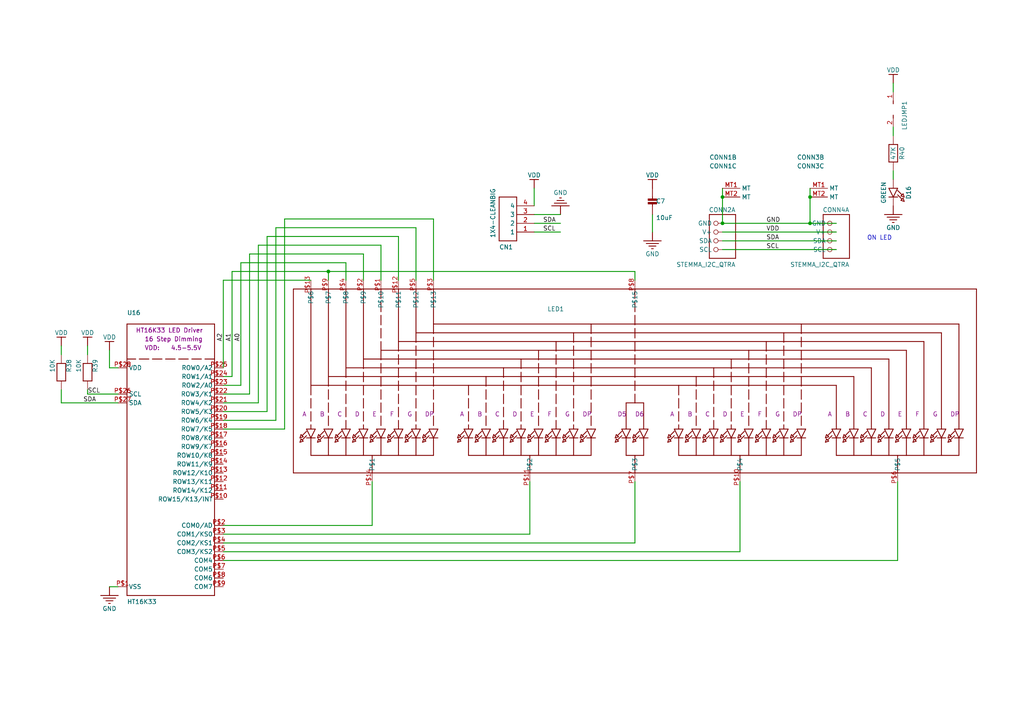
<source format=kicad_sch>
(kicad_sch (version 20230121) (generator eeschema)
  (paper "A4")
  (title_block (title "AdaFruit 881 (Given Schematic)") (date "2023-12-01"))
  (lib_symbols
    (symbol "Adafruit_0.56_7-Segment_QT-altium-import:GND" (power)
      (property "Reference" "#PWR" (at 0 0 0))
      (property "Value" "GND" (at 0 6.35 0))
      (symbol "GND_0_0"
        (pin power_in line (at 0 0 0) (length 0) hide (name "GND") (number ""))
      )
    )
    (symbol "Adafruit_0.56_7-Segment_QT-altium-import:VDD" (power)
      (property "Reference" "#PWR" (at 0 0 0))
      (property "Value" "VDD" (at 0 3.81 0))
      (symbol "VDD_0_0"
        (pin power_in line (at 0 0 0) (length 0) hide (name "VDD") (number ""))
      )
    )
    (symbol "Adafruit_0.56_7-Segment_QT-altium-import:root_0_CAP_CERAMIC0805_10MGAP"
      (symbol "root_0_CAP_CERAMIC0805_10MGAP_1_0"
        (pin passive line (at 0 5.08 270) (length 2.54) (name "1") (number "1"))
        (pin passive line (at 0 -2.54 90) (length 2.54) (name "2") (number "2"))
      )
    )
    (symbol "Adafruit_0.56_7-Segment_QT-altium-import:root_0_HT16K33_SOP28_SKINNY"
      (symbol "root_0_HT16K33_SOP28_SKINNY_1_0"
        (pin bidirectional line (at -15.24 -38.1 0) (length 2.54) (name "VSS") (number "P$1"))
        (pin bidirectional line (at 15.24 -12.7 180) (length 2.54) (name "ROW15/K13/INT") (number "P$10"))
        (pin bidirectional line (at 15.24 -10.16 180) (length 2.54) (name "ROW14/K12") (number "P$11"))
        (pin bidirectional line (at 15.24 -7.62 180) (length 2.54) (name "ROW13/K11") (number "P$12"))
        (pin bidirectional line (at 15.24 -5.08 180) (length 2.54) (name "ROW12/K10") (number "P$13"))
        (pin bidirectional line (at 15.24 -2.54 180) (length 2.54) (name "ROW11/K9") (number "P$14"))
        (pin bidirectional line (at 15.24 0 180) (length 2.54) (name "ROW10/K8") (number "P$15"))
        (pin bidirectional line (at 15.24 2.54 180) (length 2.54) (name "ROW9/K7") (number "P$16"))
        (pin bidirectional line (at 15.24 5.08 180) (length 2.54) (name "ROW8/K6") (number "P$17"))
        (pin bidirectional line (at 15.24 7.62 180) (length 2.54) (name "ROW7/K5") (number "P$18"))
        (pin bidirectional line (at 15.24 10.16 180) (length 2.54) (name "ROW6/K4") (number "P$19"))
        (pin bidirectional line (at 15.24 -20.32 180) (length 2.54) (name "COM0/AD") (number "P$2"))
        (pin bidirectional line (at 15.24 12.7 180) (length 2.54) (name "ROW5/K3") (number "P$20"))
        (pin bidirectional line (at 15.24 15.24 180) (length 2.54) (name "ROW4/K2") (number "P$21"))
        (pin bidirectional line (at 15.24 17.78 180) (length 2.54) (name "ROW3/K1") (number "P$22"))
        (pin bidirectional line (at 15.24 20.32 180) (length 2.54) (name "ROW2/A0") (number "P$23"))
        (pin bidirectional line (at 15.24 22.86 180) (length 2.54) (name "ROW1/A1") (number "P$24"))
        (pin bidirectional line (at 15.24 25.4 180) (length 2.54) (name "ROW0/A2") (number "P$25"))
        (pin bidirectional line (at -15.24 17.78 0) (length 2.54) (name "SCL") (number "P$26"))
        (pin bidirectional line (at -15.24 15.24 0) (length 2.54) (name "SDA") (number "P$27"))
        (pin bidirectional line (at -15.24 25.4 0) (length 2.54) (name "VDD") (number "P$28"))
        (pin bidirectional line (at 15.24 -22.86 180) (length 2.54) (name "COM1/KS0") (number "P$3"))
        (pin bidirectional line (at 15.24 -25.4 180) (length 2.54) (name "COM2/KS1") (number "P$4"))
        (pin bidirectional line (at 15.24 -27.94 180) (length 2.54) (name "COM3/KS2") (number "P$5"))
        (pin bidirectional line (at 15.24 -30.48 180) (length 2.54) (name "COM4") (number "P$6"))
        (pin bidirectional line (at 15.24 -33.02 180) (length 2.54) (name "COM5") (number "P$7"))
        (pin bidirectional line (at 15.24 -35.56 180) (length 2.54) (name "COM6") (number "P$8"))
        (pin bidirectional line (at 15.24 -38.1 180) (length 2.54) (name "COM7") (number "P$9"))
      )
    )
    (symbol "Adafruit_0.56_7-Segment_QT-altium-import:root_0_STEMMA_I2C_QTRA"
      (symbol "root_0_STEMMA_I2C_QTRA_1_0"
        (pin passive inverted (at 0 5.08 0) (length 2.54) (name "GND") (number "1"))
        (pin passive inverted (at 0 2.54 0) (length 2.54) (name "V+") (number "2"))
        (pin passive inverted (at 0 0 0) (length 2.54) (name "SDA") (number "3"))
        (pin passive inverted (at 0 -2.54 0) (length 2.54) (name "SCL") (number "4"))
      )
      (symbol "root_0_STEMMA_I2C_QTRA_2_0"
        (pin bidirectional line (at 0 0 0) (length 5.08) (name "MT") (number "MT1"))
      )
      (symbol "root_0_STEMMA_I2C_QTRA_3_0"
        (pin bidirectional line (at 0 0 0) (length 5.08) (name "MT") (number "MT2"))
      )
    )
    (symbol "Adafruit_0.56_7-Segment_QT-altium-import:root_0_mirrored_STEMMA_I2C_QTRA"
      (symbol "root_0_mirrored_STEMMA_I2C_QTRA_1_0"
        (pin passive inverted (at 0 5.08 180) (length 2.54) (name "GND") (number "1"))
        (pin passive inverted (at 0 2.54 180) (length 2.54) (name "V+") (number "2"))
        (pin passive inverted (at 0 0 180) (length 2.54) (name "SDA") (number "3"))
        (pin passive inverted (at 0 -2.54 180) (length 2.54) (name "SCL") (number "4"))
      )
      (symbol "root_0_mirrored_STEMMA_I2C_QTRA_2_0"
        (pin bidirectional line (at 0 0 180) (length 5.08) (name "MT") (number "MT1"))
      )
      (symbol "root_0_mirrored_STEMMA_I2C_QTRA_3_0"
        (pin bidirectional line (at 0 0 180) (length 5.08) (name "MT") (number "MT2"))
      )
    )
    (symbol "Adafruit_0.56_7-Segment_QT-altium-import:root_2_1X4-CLEANBIG"
      (symbol "root_2_1X4-CLEANBIG_1_0"
        (pin bidirectional line (at 5.08 -2.54 180) (length 5.08) (name "1") (number "1"))
        (pin bidirectional line (at 5.08 0 180) (length 5.08) (name "2") (number "2"))
        (pin bidirectional line (at 5.08 2.54 180) (length 5.08) (name "3") (number "3"))
        (pin bidirectional line (at 5.08 5.08 180) (length 5.08) (name "4") (number "4"))
      )
    )
    (symbol "Adafruit_0.56_7-Segment_QT-altium-import:root_2_mirrored_DISP_SEGMENT_4DIGIT_BL-Q56C43"
      (symbol "root_2_mirrored_DISP_SEGMENT_4DIGIT_BL-Q56C43_1_0"
        (pin bidirectional line (at -73.66 25.4 270) (length 2.54) (name "P$10") (number "P$1"))
        (pin bidirectional line (at 30.48 -33.02 90) (length 2.54) (name "P$4") (number "P$10"))
        (pin bidirectional line (at -30.48 -33.02 90) (length 2.54) (name "P$2") (number "P$11"))
        (pin bidirectional line (at -68.58 25.4 270) (length 2.54) (name "P$11") (number "P$12"))
        (pin bidirectional line (at -93.98 25.4 270) (length 2.54) (name "P$6") (number "P$13"))
        (pin bidirectional line (at -76.2 -33.02 90) (length 2.54) (name "P$1") (number "P$14"))
        (pin bidirectional line (at -78.74 25.4 270) (length 2.54) (name "P$9") (number "P$2"))
        (pin bidirectional line (at -58.42 25.4 270) (length 2.54) (name "P$13") (number "P$3"))
        (pin bidirectional line (at -83.82 25.4 270) (length 2.54) (name "P$8") (number "P$4"))
        (pin bidirectional line (at -63.5 25.4 270) (length 2.54) (name "P$12") (number "P$5"))
        (pin bidirectional line (at 76.2 -33.02 90) (length 2.54) (name "P$5") (number "P$6"))
        (pin bidirectional line (at 0 -33.02 90) (length 2.54) (name "P$3") (number "P$7"))
        (pin bidirectional line (at 0 25.4 270) (length 2.54) (name "P$15") (number "P$8"))
        (pin bidirectional line (at -88.9 25.4 270) (length 2.54) (name "P$7") (number "P$9"))
      )
    )
    (symbol "Adafruit_0.56_7-Segment_QT-altium-import:root_3_LED0603_NOOUTLINE"
      (symbol "root_3_LED0603_NOOUTLINE_1_0"
        (pin passive line (at 0 5.08 270) (length 2.54) (name "A") (number "A"))
        (pin passive line (at 0 -2.54 90) (length 2.54) (name "C") (number "C"))
      )
    )
    (symbol "Adafruit_0.56_7-Segment_QT-altium-import:root_3_RESISTOR_0603_NOOUT"
      (symbol "root_3_RESISTOR_0603_NOOUT_1_0"
        (pin passive line (at 0 5.08 270) (length 2.54) (name "1") (number "1"))
        (pin passive line (at 0 -5.08 90) (length 2.54) (name "2") (number "2"))
      )
    )
    (symbol "Adafruit_0.56_7-Segment_QT-altium-import:root_3_SOLDERJUMPERCLOSED"
      (symbol "root_3_SOLDERJUMPERCLOSED_1_0"
        (pin passive line (at 0 5.08 270) (length 2.54) (name "1") (number "1"))
        (pin passive line (at 0 -5.08 90) (length 2.54) (name "2") (number "2"))
      )
    )
  )
  (junction (at 95.25 78.74))
  (junction (at 209.55 64.77))
  (junction (at 234.95 57.15))
  (junction (at 209.55 57.15))
  (junction (at 234.95 64.77))
  (wire (pts (xy 17.78 116.84) (xy 34.29 116.84)) (stroke (width 0.254)))
  (wire (pts (xy 125.73 81.28) (xy 125.73 63.5)) (stroke (width 0.254)))
  (wire (pts (xy 82.55 124.46) (xy 82.55 63.5)) (stroke (width 0.254)))
  (wire (pts (xy 69.85 76.2) (xy 100.33 76.2)) (stroke (width 0.254)))
  (wire (pts (xy 234.95 57.15) (xy 234.95 54.61)) (stroke (width 0.254)))
  (wire (pts (xy 64.77 116.84) (xy 74.93 116.84)) (stroke (width 0.254)))
  (wire (pts (xy 69.85 111.76) (xy 69.85 76.2)) (stroke (width 0.254)))
  (wire (pts (xy 184.15 157.48) (xy 184.15 139.7)) (stroke (width 0.254)))
  (wire (pts (xy 259.08 39.37) (xy 259.08 36.83)) (stroke (width 0.254)))
  (wire (pts (xy 31.75 106.68) (xy 31.75 101.6)) (stroke (width 0.254)))
  (wire (pts (xy 184.15 81.28) (xy 184.15 78.74)) (stroke (width 0.254)))
  (wire (pts (xy 209.55 57.15) (xy 209.55 54.61)) (stroke (width 0.254)))
  (wire (pts (xy 115.57 81.28) (xy 115.57 68.58)) (stroke (width 0.254)))
  (wire (pts (xy 82.55 63.5) (xy 125.73 63.5)) (stroke (width 0.254)))
  (wire (pts (xy 64.77 121.92) (xy 80.01 121.92)) (stroke (width 0.254)))
  (wire (pts (xy 67.31 109.22) (xy 67.31 78.74)) (stroke (width 0.254)))
  (wire (pts (xy 25.4 102.87) (xy 25.4 100.33)) (stroke (width 0.254)))
  (wire (pts (xy 64.77 109.22) (xy 67.31 109.22)) (stroke (width 0.254)))
  (wire (pts (xy 259.08 52.07) (xy 259.08 49.53)) (stroke (width 0.254)))
  (wire (pts (xy 95.25 78.74) (xy 184.15 78.74)) (stroke (width 0.254)))
  (wire (pts (xy 64.77 157.48) (xy 184.15 157.48)) (stroke (width 0.254)))
  (wire (pts (xy 64.77 106.68) (xy 64.77 81.28)) (stroke (width 0.254)))
  (wire (pts (xy 25.4 113.03) (xy 25.4 114.3)) (stroke (width 0.254)))
  (wire (pts (xy 72.39 73.66) (xy 105.41 73.66)) (stroke (width 0.254)))
  (wire (pts (xy 100.33 81.28) (xy 100.33 76.2)) (stroke (width 0.254)))
  (wire (pts (xy 80.01 66.04) (xy 120.65 66.04)) (stroke (width 0.254)))
  (wire (pts (xy 209.55 64.77) (xy 234.95 64.77)) (stroke (width 0.254)))
  (wire (pts (xy 214.63 160.02) (xy 214.63 139.7)) (stroke (width 0.254)))
  (wire (pts (xy 64.77 119.38) (xy 77.47 119.38)) (stroke (width 0.254)))
  (wire (pts (xy 64.77 111.76) (xy 69.85 111.76)) (stroke (width 0.254)))
  (wire (pts (xy 154.94 62.23) (xy 162.56 62.23)) (stroke (width 0.254)))
  (wire (pts (xy 77.47 119.38) (xy 77.47 68.58)) (stroke (width 0.254)))
  (wire (pts (xy 64.77 160.02) (xy 214.63 160.02)) (stroke (width 0.254)))
  (wire (pts (xy 77.47 68.58) (xy 115.57 68.58)) (stroke (width 0.254)))
  (wire (pts (xy 209.55 64.77) (xy 209.55 57.15)) (stroke (width 0.254)))
  (wire (pts (xy 107.95 152.4) (xy 107.95 139.7)) (stroke (width 0.254)))
  (wire (pts (xy 105.41 81.28) (xy 105.41 73.66)) (stroke (width 0.254)))
  (wire (pts (xy 209.55 72.39) (xy 242.57 72.39)) (stroke (width 0.254)))
  (wire (pts (xy 120.65 81.28) (xy 120.65 66.04)) (stroke (width 0.254)))
  (wire (pts (xy 260.35 162.56) (xy 260.35 139.7)) (stroke (width 0.254)))
  (wire (pts (xy 234.95 64.77) (xy 242.57 64.77)) (stroke (width 0.254)))
  (wire (pts (xy 64.77 124.46) (xy 82.55 124.46)) (stroke (width 0.254)))
  (wire (pts (xy 64.77 162.56) (xy 260.35 162.56)) (stroke (width 0.254)))
  (wire (pts (xy 154.94 67.31) (xy 162.56 67.31)) (stroke (width 0.254)))
  (wire (pts (xy 72.39 114.3) (xy 72.39 73.66)) (stroke (width 0.254)))
  (wire (pts (xy 259.08 26.67) (xy 259.08 24.13)) (stroke (width 0.254)))
  (wire (pts (xy 31.75 106.68) (xy 34.29 106.68)) (stroke (width 0.254)))
  (wire (pts (xy 234.95 64.77) (xy 234.95 57.15)) (stroke (width 0.254)))
  (wire (pts (xy 74.93 71.12) (xy 110.49 71.12)) (stroke (width 0.254)))
  (wire (pts (xy 154.94 64.77) (xy 162.56 64.77)) (stroke (width 0.254)))
  (wire (pts (xy 64.77 114.3) (xy 72.39 114.3)) (stroke (width 0.254)))
  (wire (pts (xy 74.93 116.84) (xy 74.93 71.12)) (stroke (width 0.254)))
  (wire (pts (xy 64.77 152.4) (xy 107.95 152.4)) (stroke (width 0.254)))
  (wire (pts (xy 209.55 67.31) (xy 242.57 67.31)) (stroke (width 0.254)))
  (wire (pts (xy 31.75 170.18) (xy 34.29 170.18)) (stroke (width 0.254)))
  (wire (pts (xy 25.4 114.3) (xy 34.29 114.3)) (stroke (width 0.254)))
  (wire (pts (xy 17.78 116.84) (xy 17.78 113.03)) (stroke (width 0.254)))
  (wire (pts (xy 153.67 154.94) (xy 153.67 139.7)) (stroke (width 0.254)))
  (wire (pts (xy 80.01 121.92) (xy 80.01 66.04)) (stroke (width 0.254)))
  (wire (pts (xy 110.49 81.28) (xy 110.49 71.12)) (stroke (width 0.254)))
  (wire (pts (xy 95.25 81.28) (xy 95.25 78.74)) (stroke (width 0.254)))
  (wire (pts (xy 64.77 81.28) (xy 90.17 81.28)) (stroke (width 0.254)))
  (wire (pts (xy 67.31 78.74) (xy 95.25 78.74)) (stroke (width 0.254)))
  (wire (pts (xy 17.78 102.87) (xy 17.78 100.33)) (stroke (width 0.254)))
  (wire (pts (xy 209.55 69.85) (xy 242.57 69.85)) (stroke (width 0.254)))
  (wire (pts (xy 154.94 59.69) (xy 154.94 54.61)) (stroke (width 0.254)))
  (wire (pts (xy 189.23 67.31) (xy 189.23 62.23)) (stroke (width 0.254)))
  (wire (pts (xy 64.77 154.94) (xy 153.67 154.94)) (stroke (width 0.254)))
  (text "ON LED" (at 251.46 69.85 0) (effects (font (size 1.27 1.27)) (justify left bottom)))
  (label "A0" (at 69.85 99.06 270))
  (label "SCL" (at 157.48 67.31 180))
  (label "VDD" (at 222.25 67.31 180))
  (label "GND" (at 222.25 64.77 180))
  (label "SDA" (at 222.25 69.85 180))
  (label "A1" (at 67.31 99.06 270))
  (label "SCL" (at 222.25 72.39 180))
  (label "A2" (at 64.77 99.06 270))
  (label "SDA" (at 24.13 116.84 180))
  (label "SCL" (at 25.4 114.3 180))
  (label "SDA" (at 157.48 64.77 180))
  (symbol (lib_id "Adafruit_0.56_7-Segment_QT-altium-import:VDD") (at 31.75 101.6 180) (unit 1)
    (property "Reference" "#PWR041" (effects hide))
    (property "Value" "VDD" (at 31.75 97.79 0))
    (instances (project "Schem1" (path "" (reference "#PWR041") (unit 1))) (project "Adafruit_0.56_7-Segment_QT" (path "" (reference "#PWR?") (unit 1))))
  )
  (symbol (lib_id "Adafruit_0.56_7-Segment_QT-altium-import:VDD") (at 25.4 100.33 180) (unit 1)
    (property "Reference" "#PWR040" (effects hide))
    (property "Value" "VDD" (at 25.4 96.52 0))
    (instances (project "Schem1" (path "" (reference "#PWR040") (unit 1))) (project "Adafruit_0.56_7-Segment_QT" (path "" (reference "#PWR?") (unit 1))))
  )
  (symbol (lib_id "Adafruit_0.56_7-Segment_QT-altium-import:root_0_HT16K33_SOP28_SKINNY") (at 49.53 132.08 0) (unit 1)
    (property "Reference" "U16" (at 36.83 91.44 0) (effects (justify left bottom)))
    (property "Value" "HT16K33" (at 36.83 175.26 0) (effects (justify left bottom)))
    (property "Footprint" "SOP28_300MIL_SKINNY" (effects hide))
    (property "GATENAME_1" "G$1" (effects hide))
    (property "SYMBOLNAME_1" "HT16K33_28PIN" (effects hide))
    (property "DEVICENAME" "_SKINNY" (effects hide))
    (property "LIBRARYNAME" "adafruit_display" (effects hide))
    (property "DEVICESETNAME" "HT16K33_SOP28" (effects hide))
    (property "HT16K33LEDDRIVER" "HT16K33 LED Driver" (at 39.37 96.52 0) (effects (justify left bottom)))
    (property "VDD" "VDD:" (at 41.91 101.6 0) (effects (justify left bottom)))
    (property "4.5-5.5V" "4.5-5.5V" (at 49.53 101.6 0) (effects (justify left bottom)))
    (property "16STEPDIMMING" "16 Step Dimming" (at 41.91 99.06 0) (effects (justify left bottom)))
    (instances (project "Schem1" (path "" (reference "U16") (unit 1))) (project "Adafruit_0.56_7-Segment_QT" (path "" (reference "U2") (unit 1))))
  )
  (symbol (lib_id "Adafruit_0.56_7-Segment_QT-altium-import:VDD") (at 154.94 54.61 180) (unit 1)
    (property "Reference" "#PWR035" (effects hide))
    (property "Value" "VDD" (at 154.94 50.8 0))
    (instances (project "Schem1" (path "" (reference "#PWR035") (unit 1))) (project "Adafruit_0.56_7-Segment_QT" (path "" (reference "#PWR?") (unit 1))))
  )
  (symbol (lib_id "Adafruit_0.56_7-Segment_QT-altium-import:root_0_STEMMA_I2C_QTRA") (at 209.55 57.15 0) (unit 3)
    (property "Reference" "CONN1" (at 205.74 48.895 0) (effects (justify left bottom)))
    (property "Value" "STEMMA_I2C_QTRA" (effects hide))
    (property "Footprint" "JST_SH4_RA" (effects hide))
    (property "GATENAME_1" "G$1" (effects hide))
    (property "SYMBOLNAME_1" "STEMMA_I2C" (effects hide))
    (property "GATENAME_2" "G$2" (effects hide))
    (property "SYMBOLNAME_2" "MOUNTING" (effects hide))
    (property "GATENAME_3" "G$3" (effects hide))
    (property "SYMBOLNAME_3" "MOUNTING" (effects hide))
    (property "DEVICENAME" "_QTRA" (effects hide))
    (property "LIBRARYNAME" "microbuilder" (effects hide))
    (property "DEVICESETNAME" "STEMMA_I2C" (effects hide))
  )
  (symbol (lib_id "Adafruit_0.56_7-Segment_QT-altium-import:root_3_RESISTOR_0603_NOOUT") (at 17.78 107.95 0) (unit 1)
    (property "Reference" "R38" (at 19.279 104.14 90) (effects (justify right top)))
    (property "Value" "10K" (at 14.478 104.14 90) (effects (justify right top)))
    (property "Footprint" "0603-NO" (effects hide))
    (property "GATENAME_1" "G$1" (effects hide))
    (property "SYMBOLNAME_1" "RESISTOR" (effects hide))
    (property "DEVICENAME" "_0603_NOOUT" (effects hide))
    (property "LIBRARYNAME" "microbuilder" (effects hide))
    (property "DEVICESETNAME" "RESISTOR" (effects hide))
    (instances (project "Schem1" (path "" (reference "R38") (unit 1))) (project "Adafruit_0.56_7-Segment_QT" (path "" (reference "R2") (unit 1))))
  )
  (symbol (lib_id "Adafruit_0.56_7-Segment_QT-altium-import:root_3_LED0603_NOOUTLINE") (at 259.08 57.15 0) (unit 1)
    (property "Reference" "D16" (at 263.525 55.88 90))
    (property "Value" "GREEN" (at 256.286 55.88 90))
    (property "Footprint" "CHIPLED_0603_NOOUTLINE" (effects hide))
    (property "GATENAME_1" "G$1" (effects hide))
    (property "SYMBOLNAME_1" "LED" (effects hide))
    (property "DEVICENAME" "0603_NOOUTLINE" (effects hide))
    (property "LIBRARYNAME" "microbuilder" (effects hide))
    (property "DEVICESETNAME" "LED" (effects hide))
    (instances (project "Schem1" (path "" (reference "D16") (unit 1))) (project "Adafruit_0.56_7-Segment_QT" (path "" (reference "D2") (unit 1))))
  )
  (symbol (lib_id "Adafruit_0.56_7-Segment_QT-altium-import:GND") (at 31.75 170.18 0) (unit 1)
    (property "Reference" "#PWR042" (effects hide))
    (property "Value" "GND" (at 31.75 176.53 0))
    (instances (project "Schem1" (path "" (reference "#PWR042") (unit 1))) (project "Adafruit_0.56_7-Segment_QT" (path "" (reference "#PWR?") (unit 1))))
  )
  (symbol (lib_id "Adafruit_0.56_7-Segment_QT-altium-import:root_2_1X4-CLEANBIG") (at 149.86 64.77 0) (unit 1)
    (property "Reference" "CN1" (at 144.78 72.39 0) (effects (justify left bottom)))
    (property "Value" "1X4-CLEANBIG" (at 142.24 54.61 90) (effects (justify right top)))
    (property "Footprint" "1X04-CLEANBIG" (effects hide))
    (property "GATENAME_1" "G$1" (effects hide))
    (property "SYMBOLNAME_1" "1X4" (effects hide))
    (property "DEVICENAME" "-CLEANBIG" (effects hide))
    (property "LIBRARYNAME" "adafruit" (effects hide))
    (property "DEVICESETNAME" "1X4" (effects hide))
  )
  (symbol (lib_id "Adafruit_0.56_7-Segment_QT-altium-import:VDD") (at 259.08 24.13 180) (unit 1)
    (property "Reference" "#PWR043" (effects hide))
    (property "Value" "VDD" (at 259.08 20.32 0))
    (instances (project "Schem1" (path "" (reference "#PWR043") (unit 1))) (project "Adafruit_0.56_7-Segment_QT" (path "" (reference "#PWR?") (unit 1))))
  )
  (symbol (lib_id "Adafruit_0.56_7-Segment_QT-altium-import:VDD") (at 17.78 100.33 180) (unit 1)
    (property "Reference" "#PWR039" (effects hide))
    (property "Value" "VDD" (at 17.78 96.52 0))
    (instances (project "Schem1" (path "" (reference "#PWR039") (unit 1))) (project "Adafruit_0.56_7-Segment_QT" (path "" (reference "#PWR?") (unit 1))))
  )
  (symbol (lib_id "Adafruit_0.56_7-Segment_QT-altium-import:GND") (at 189.23 67.31 0) (unit 1)
    (property "Reference" "#PWR038" (effects hide))
    (property "Value" "GND" (at 189.23 73.66 0))
    (instances (project "Schem1" (path "" (reference "#PWR038") (unit 1))) (project "Adafruit_0.56_7-Segment_QT" (path "" (reference "#PWR?") (unit 1))))
  )
  (symbol (lib_id "Adafruit_0.56_7-Segment_QT-altium-import:root_0_mirrored_STEMMA_I2C_QTRA") (at 209.55 69.85 0) (unit 1)
    (property "Reference" "CONN2" (at 213.36 61.595 0) (effects (justify right bottom)))
    (property "Value" "STEMMA_I2C_QTRA" (at 213.36 77.47 0) (effects (justify right bottom)))
    (property "Footprint" "JST_SH4_RA" (effects hide))
    (property "GATENAME_1" "G$1" (effects hide))
    (property "SYMBOLNAME_1" "STEMMA_I2C" (effects hide))
    (property "GATENAME_2" "G$2" (effects hide))
    (property "SYMBOLNAME_2" "MOUNTING" (effects hide))
    (property "GATENAME_3" "G$3" (effects hide))
    (property "SYMBOLNAME_3" "MOUNTING" (effects hide))
    (property "DEVICENAME" "_QTRA" (effects hide))
    (property "LIBRARYNAME" "microbuilder" (effects hide))
    (property "DEVICESETNAME" "STEMMA_I2C" (effects hide))
    (instances (project "Schem1" (path "" (reference "CONN2") (unit 1))) (project "Adafruit_0.56_7-Segment_QT" (path "" (reference "CONN1") (unit 1))))
  )
  (symbol (lib_id "Adafruit_0.56_7-Segment_QT-altium-import:root_0_STEMMA_I2C_QTRA") (at 234.95 57.15 0) (unit 3)
    (property "Reference" "CONN3" (at 231.14 48.895 0) (effects (justify left bottom)))
    (property "Value" "STEMMA_I2C_QTRA" (effects hide))
    (property "Footprint" "JST_SH4_RA" (effects hide))
    (property "GATENAME_1" "G$1" (effects hide))
    (property "SYMBOLNAME_1" "STEMMA_I2C" (effects hide))
    (property "GATENAME_2" "G$2" (effects hide))
    (property "SYMBOLNAME_2" "MOUNTING" (effects hide))
    (property "GATENAME_3" "G$3" (effects hide))
    (property "SYMBOLNAME_3" "MOUNTING" (effects hide))
    (property "DEVICENAME" "_QTRA" (effects hide))
    (property "LIBRARYNAME" "microbuilder" (effects hide))
    (property "DEVICESETNAME" "STEMMA_I2C" (effects hide))
    (instances (project "Schem1" (path "" (reference "CONN3") (unit 3))) (project "Adafruit_0.56_7-Segment_QT" (path "" (reference "CONN2") (unit 3))))
  )
  (symbol (lib_id "Adafruit_0.56_7-Segment_QT-altium-import:VDD") (at 189.23 54.61 180) (unit 1)
    (property "Reference" "#PWR037" (effects hide))
    (property "Value" "VDD" (at 189.23 50.8 0))
    (instances (project "Schem1" (path "" (reference "#PWR037") (unit 1))) (project "Adafruit_0.56_7-Segment_QT" (path "" (reference "#PWR?") (unit 1))))
  )
  (symbol (lib_id "Adafruit_0.56_7-Segment_QT-altium-import:root_0_STEMMA_I2C_QTRA") (at 209.55 54.61 0) (unit 2)
    (property "Reference" "CONN1" (at 205.74 46.355 0) (effects (justify left bottom)))
    (property "Value" "STEMMA_I2C_QTRA" (effects hide))
    (property "Footprint" "JST_SH4_RA" (effects hide))
    (property "GATENAME_1" "G$1" (effects hide))
    (property "SYMBOLNAME_1" "STEMMA_I2C" (effects hide))
    (property "GATENAME_2" "G$2" (effects hide))
    (property "SYMBOLNAME_2" "MOUNTING" (effects hide))
    (property "GATENAME_3" "G$3" (effects hide))
    (property "SYMBOLNAME_3" "MOUNTING" (effects hide))
    (property "DEVICENAME" "_QTRA" (effects hide))
    (property "LIBRARYNAME" "microbuilder" (effects hide))
    (property "DEVICESETNAME" "STEMMA_I2C" (effects hide))
  )
  (symbol (lib_id "Adafruit_0.56_7-Segment_QT-altium-import:root_0_STEMMA_I2C_QTRA") (at 234.95 54.61 0) (unit 2)
    (property "Reference" "CONN3" (at 231.14 46.355 0) (effects (justify left bottom)))
    (property "Value" "STEMMA_I2C_QTRA" (effects hide))
    (property "Footprint" "JST_SH4_RA" (effects hide))
    (property "GATENAME_1" "G$1" (effects hide))
    (property "SYMBOLNAME_1" "STEMMA_I2C" (effects hide))
    (property "GATENAME_2" "G$2" (effects hide))
    (property "SYMBOLNAME_2" "MOUNTING" (effects hide))
    (property "GATENAME_3" "G$3" (effects hide))
    (property "SYMBOLNAME_3" "MOUNTING" (effects hide))
    (property "DEVICENAME" "_QTRA" (effects hide))
    (property "LIBRARYNAME" "microbuilder" (effects hide))
    (property "DEVICESETNAME" "STEMMA_I2C" (effects hide))
    (instances (project "Schem1" (path "" (reference "CONN3") (unit 2))) (project "Adafruit_0.56_7-Segment_QT" (path "" (reference "CONN2") (unit 2))))
  )
  (symbol (lib_id "Adafruit_0.56_7-Segment_QT-altium-import:root_3_SOLDERJUMPERCLOSED") (at 259.08 31.75 0) (unit 1)
    (property "Reference" "LEDJMP1" (at 261.62 29.21 90) (effects (justify right top)))
    (property "Value" "SOLDERJUMPERCLOSED" (effects hide))
    (property "Footprint" "SOLDERJUMPER_CLOSEDWIRE" (effects hide))
    (property "GATENAME_1" "1" (effects hide))
    (property "SYMBOLNAME_1" "SOLDERJUMPER" (effects hide))
    (property "DEVICENAME" "CLOSED" (effects hide))
    (property "LIBRARYNAME" "microbuilder" (effects hide))
    (property "DEVICESETNAME" "SOLDERJUMPER" (effects hide))
    (instances (project "Schem1" (path "" (reference "LEDJMP1") (unit 1))) (project "Adafruit_0.56_7-Segment_QT" (path "" (reference "LEDJMP") (unit 1))))
  )
  (symbol (lib_id "Adafruit_0.56_7-Segment_QT-altium-import:GND") (at 259.08 59.69 0) (unit 1)
    (property "Reference" "#PWR044" (effects hide))
    (property "Value" "GND" (at 259.08 66.04 0))
    (instances (project "Schem1" (path "" (reference "#PWR044") (unit 1))) (project "Adafruit_0.56_7-Segment_QT" (path "" (reference "#PWR?") (unit 1))))
  )
  (symbol (lib_id "Adafruit_0.56_7-Segment_QT-altium-import:root_3_RESISTOR_0603_NOOUT") (at 25.4 107.95 0) (unit 1)
    (property "Reference" "R39" (at 26.899 104.14 90) (effects (justify right top)))
    (property "Value" "10K" (at 22.098 104.14 90) (effects (justify right top)))
    (property "Footprint" "0603-NO" (effects hide))
    (property "GATENAME_1" "G$1" (effects hide))
    (property "SYMBOLNAME_1" "RESISTOR" (effects hide))
    (property "DEVICENAME" "_0603_NOOUT" (effects hide))
    (property "LIBRARYNAME" "microbuilder" (effects hide))
    (property "DEVICESETNAME" "RESISTOR" (effects hide))
    (instances (project "Schem1" (path "" (reference "R39") (unit 1))) (project "Adafruit_0.56_7-Segment_QT" (path "" (reference "R1") (unit 1))))
  )
  (symbol (lib_id "Adafruit_0.56_7-Segment_QT-altium-import:root_0_CAP_CERAMIC0805_10MGAP") (at 189.23 59.69 0) (unit 1)
    (property "Reference" "C7" (at 190.246 59.055 0) (effects (justify left bottom)))
    (property "Value" "10uF" (at 190.246 63.881 0) (effects (justify left bottom)))
    (property "Footprint" "0805_10MGAP" (effects hide))
    (property "GATENAME_1" "G$1" (effects hide))
    (property "SYMBOLNAME_1" "CAPACITOR" (effects hide))
    (property "DEVICENAME" "0805_10MGAP" (effects hide))
    (property "LIBRARYNAME" "microbuilder" (effects hide))
    (property "DEVICESETNAME" "CAP_CERAMIC" (effects hide))
    (instances (project "Schem1" (path "" (reference "C7") (unit 1))) (project "Adafruit_0.56_7-Segment_QT" (path "" (reference "C1") (unit 1))))
  )
  (symbol (lib_id "Adafruit_0.56_7-Segment_QT-altium-import:GND") (at 162.56 62.23 180) (unit 1)
    (property "Reference" "#PWR036" (effects hide))
    (property "Value" "GND" (at 162.56 55.88 0))
    (instances (project "Schem1" (path "" (reference "#PWR036") (unit 1))) (project "Adafruit_0.56_7-Segment_QT" (path "" (reference "#PWR?") (unit 1))))
  )
  (symbol (lib_id "Adafruit_0.56_7-Segment_QT-altium-import:root_2_mirrored_DISP_SEGMENT_4DIGIT_BL-Q56C43") (at 184.15 106.68 0) (unit 1)
    (property "Reference" "LED1" (at 158.75 88.9 0) (effects (justify left top)))
    (property "Value" "DISP_SEGMENT_4DIGIT_BL-Q56C43" (effects hide))
    (property "Footprint" "SEGMENT-BL-Q56C43" (effects hide))
    (property "GATENAME_1" "G$1" (effects hide))
    (property "SYMBOLNAME_1" "SEGMENT_4DIGIT_COMMONCATHODE_TIME_14PIN" (effects hide))
    (property "LIBRARYNAME" "adafruit_display" (effects hide))
    (property "DEVICESETNAME" "DISP_SEGMENT_4DIGIT_BL-Q56C43" (effects hide))
    (property "A" "A" (at 87.63 119.38 0) (effects (justify left top)))
    (property "B" "B" (at 92.71 119.38 0) (effects (justify left top)))
    (property "C" "C" (at 97.79 119.38 0) (effects (justify left top)))
    (property "D" "D" (at 102.87 119.38 0) (effects (justify left top)))
    (property "E" "E" (at 107.95 119.38 0) (effects (justify left top)))
    (property "F" "F" (at 113.03 119.38 0) (effects (justify left top)))
    (property "G" "G" (at 118.11 119.38 0) (effects (justify left top)))
    (property "DP" "DP" (at 123.19 119.38 0) (effects (justify left top)))
    (property "A" "A" (at 133.35 119.38 0) (effects (justify left top)))
    (property "B" "B" (at 138.43 119.38 0) (effects (justify left top)))
    (property "C" "C" (at 143.51 119.38 0) (effects (justify left top)))
    (property "D" "D" (at 148.59 119.38 0) (effects (justify left top)))
    (property "E" "E" (at 153.67 119.38 0) (effects (justify left top)))
    (property "F" "F" (at 158.75 119.38 0) (effects (justify left top)))
    (property "G" "G" (at 163.83 119.38 0) (effects (justify left top)))
    (property "DP" "DP" (at 168.91 119.38 0) (effects (justify left top)))
    (property "D5" "D5" (at 179.07 119.38 0) (effects (justify left top)))
    (property "D6" "D6" (at 184.15 119.38 0) (effects (justify left top)))
    (property "A" "A" (at 194.31 119.38 0) (effects (justify left top)))
    (property "B" "B" (at 199.39 119.38 0) (effects (justify left top)))
    (property "C" "C" (at 204.47 119.38 0) (effects (justify left top)))
    (property "D" "D" (at 209.55 119.38 0) (effects (justify left top)))
    (property "E" "E" (at 214.63 119.38 0) (effects (justify left top)))
    (property "F" "F" (at 219.71 119.38 0) (effects (justify left top)))
    (property "G" "G" (at 224.79 119.38 0) (effects (justify left top)))
    (property "DP" "DP" (at 229.87 119.38 0) (effects (justify left top)))
    (property "A" "A" (at 240.03 119.38 0) (effects (justify left top)))
    (property "B" "B" (at 245.11 119.38 0) (effects (justify left top)))
    (property "C" "C" (at 250.19 119.38 0) (effects (justify left top)))
    (property "D" "D" (at 255.27 119.38 0) (effects (justify left top)))
    (property "E" "E" (at 260.35 119.38 0) (effects (justify left top)))
    (property "F" "F" (at 265.43 119.38 0) (effects (justify left top)))
    (property "G" "G" (at 270.51 119.38 0) (effects (justify left top)))
    (property "DP" "DP" (at 275.59 119.38 0) (effects (justify left top)))
    (instances (project "Schem1" (path "" (reference "LED1") (unit 1))) (project "Adafruit_0.56_7-Segment_QT" (path "" (reference "LED2") (unit 1))))
  )
  (symbol (lib_id "Adafruit_0.56_7-Segment_QT-altium-import:root_0_mirrored_STEMMA_I2C_QTRA") (at 242.57 69.85 0) (unit 1)
    (property "Reference" "CONN4" (at 246.38 61.595 0) (effects (justify right bottom)))
    (property "Value" "STEMMA_I2C_QTRA" (at 246.38 77.47 0) (effects (justify right bottom)))
    (property "Footprint" "JST_SH4_RA" (effects hide))
    (property "GATENAME_1" "G$1" (effects hide))
    (property "SYMBOLNAME_1" "STEMMA_I2C" (effects hide))
    (property "GATENAME_2" "G$2" (effects hide))
    (property "SYMBOLNAME_2" "MOUNTING" (effects hide))
    (property "GATENAME_3" "G$3" (effects hide))
    (property "SYMBOLNAME_3" "MOUNTING" (effects hide))
    (property "DEVICENAME" "_QTRA" (effects hide))
    (property "LIBRARYNAME" "microbuilder" (effects hide))
    (property "DEVICESETNAME" "STEMMA_I2C" (effects hide))
    (instances (project "Schem1" (path "" (reference "CONN4") (unit 1))) (project "Adafruit_0.56_7-Segment_QT" (path "" (reference "CONN2") (unit 1))))
  )
  (symbol (lib_id "Adafruit_0.56_7-Segment_QT-altium-import:root_3_RESISTOR_0603_NOOUT") (at 259.08 44.45 0) (unit 1)
    (property "Reference" "R40" (at 261.62 44.45 90))
    (property "Value" "47K" (at 259.08 44.45 90))
    (property "Footprint" "0603-NO" (effects hide))
    (property "GATENAME_1" "G$1" (effects hide))
    (property "SYMBOLNAME_1" "RESISTOR" (effects hide))
    (property "DEVICENAME" "_0603_NOOUT" (effects hide))
    (property "LIBRARYNAME" "microbuilder" (effects hide))
    (property "DEVICESETNAME" "RESISTOR" (effects hide))
    (instances (project "Schem1" (path "" (reference "R40") (unit 1))) (project "Adafruit_0.56_7-Segment_QT" (path "" (reference "R6") (unit 1))))
  )
)
</source>
